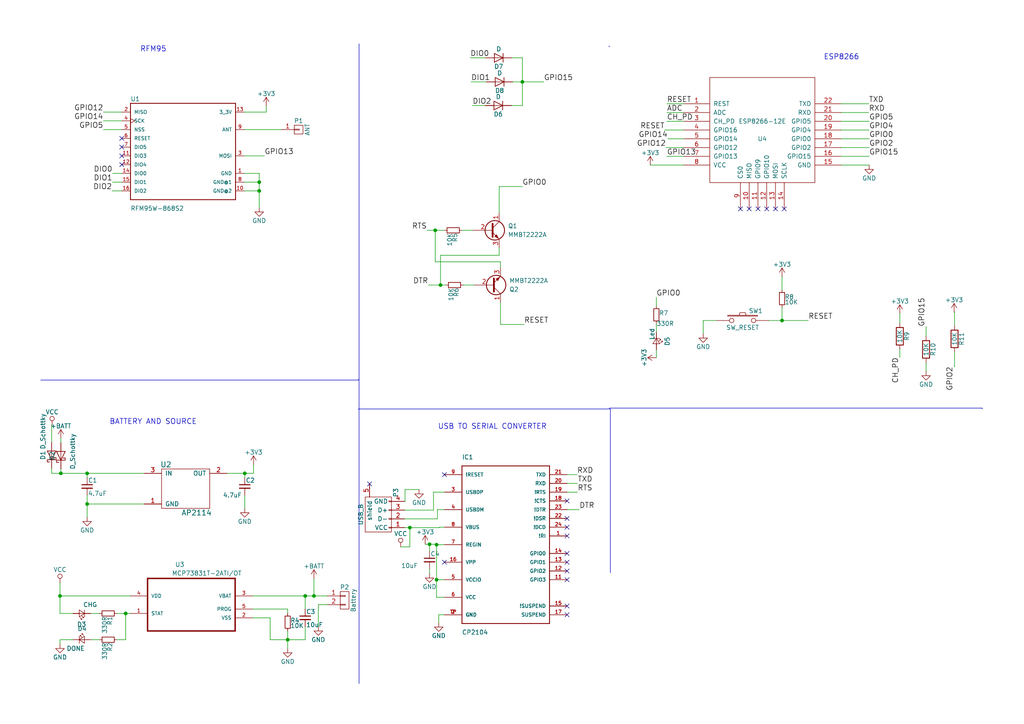
<source format=kicad_sch>
(kicad_sch (version 20230121) (generator eeschema)
  (paper "A4")
  (title_block (title "LoRaCat: WiFiTracker") (date "2017-02-20") (rev "0.4") (company "Electronic Cats") (comment 1 "Andres Sabas"))
  (lib_symbols
    (symbol "WiFiTracker-rescue:+3.3V" (power) (pin_names (offset 0))
      (property "Value" "+3.3V" (at 0 3.556 0))
      (symbol "+3.3V_0_1"
        (polyline (pts (xy -0.762 1.27) (xy 0 2.54)))
        (polyline (pts (xy 0 0) (xy 0 2.54)))
        (polyline (pts (xy 0 2.54) (xy 0.762 1.27)))
      )
      (symbol "+3.3V_1_1"
        (pin power_in line (at 0 0 90) (length 0) hide (name "+3V3") (number "1"))
      )
    )
    (symbol "WiFiTracker-rescue:+BATT" (power) (pin_names (offset 0))
      (property "Value" "+BATT" (at 0 3.556 0))
      (symbol "+BATT_0_1"
        (polyline (pts (xy -0.762 1.27) (xy 0 2.54)))
        (polyline (pts (xy 0 0) (xy 0 2.54)))
        (polyline (pts (xy 0 2.54) (xy 0.762 1.27)))
      )
      (symbol "+BATT_1_1"
        (pin power_in line (at 0 0 90) (length 0) hide (name "+BATT") (number "1"))
      )
    )
    (symbol "WiFiTracker-rescue:AP2112-RESCUE-NodeLoRaGroveKitty" (pin_names (offset 1.016))
      (property "Reference" "U" (at -5.08 7.62 0))
      (property "Value" "AP2112-RESCUE-NodeLoRaGroveKitty" (at 3.81 -6.35 0))
      (symbol "AP2112-RESCUE-NodeLoRaGroveKitty_0_1"
        (rectangle (start -6.35 6.35) (end 7.62 -5.08))
      )
      (symbol "AP2112-RESCUE-NodeLoRaGroveKitty_1_1"
        (pin input line (at -11.43 -3.81 0) (length 5.08) (name "GND") (number "1"))
        (pin input line (at 12.7 5.08 180) (length 5.08) (name "OUT") (number "2"))
        (pin input line (at -11.43 5.08 0) (length 5.08) (name "IN") (number "3"))
      )
    )
    (symbol "WiFiTracker-rescue:CONN_01X01" (pin_names (offset 1.016) hide)
      (property "Reference" "P" (at 0 2.54 0))
      (property "Value" "CONN_01X01" (at 2.54 0 90))
      (symbol "CONN_01X01_0_1"
        (rectangle (start -1.27 0.127) (end 0.254 -0.127))
        (rectangle (start -1.27 1.27) (end 1.27 -1.27))
      )
      (symbol "CONN_01X01_1_1"
        (pin passive line (at -5.08 0 0) (length 3.81) (name "P1") (number "1"))
      )
    )
    (symbol "WiFiTracker-rescue:CONN_01X02" (pin_names (offset 1.016) hide)
      (property "Reference" "P" (at 0 3.81 0))
      (property "Value" "CONN_01X02" (at 2.54 0 90))
      (symbol "CONN_01X02_0_1"
        (rectangle (start -1.27 -1.143) (end 0.254 -1.397))
        (rectangle (start -1.27 1.397) (end 0.254 1.143))
        (rectangle (start -1.27 2.54) (end 1.27 -2.54))
      )
      (symbol "CONN_01X02_1_1"
        (pin passive line (at -5.08 1.27 0) (length 3.81) (name "P1") (number "1"))
        (pin passive line (at -5.08 -1.27 0) (length 3.81) (name "P2") (number "2"))
      )
    )
    (symbol "WiFiTracker-rescue:CP2104" (pin_names (offset 1.016))
      (property "Reference" "IC" (at -12.7 25.4 0))
      (property "Value" "CP2104" (at -12.7 -25.4 0))
      (symbol "CP2104_0_0"
        (polyline (pts (xy -12.7 -22.86) (xy -12.7 22.86)) (stroke (width 0.254)))
        (polyline (pts (xy -12.7 22.86) (xy 12.7 22.86)) (stroke (width 0.254)))
        (polyline (pts (xy 12.7 -22.86) (xy -12.7 -22.86)) (stroke (width 0.254)))
        (polyline (pts (xy 12.7 22.86) (xy 12.7 -22.86)) (stroke (width 0.254)))
        (pin bidirectional line (at 17.78 2.54 180) (length 5.08) (name "!RI") (number "1"))
        (pin bidirectional line (at 17.78 -10.16 180) (length 5.08) (name "GPIO3") (number "11"))
        (pin bidirectional line (at 17.78 -7.62 180) (length 5.08) (name "GPIO2") (number "12"))
        (pin bidirectional line (at 17.78 -5.08 180) (length 5.08) (name "GPIO1") (number "13"))
        (pin bidirectional line (at 17.78 -2.54 180) (length 5.08) (name "GPIO0") (number "14"))
        (pin bidirectional line (at 17.78 -17.78 180) (length 5.08) (name "!SUSPEND") (number "15"))
        (pin input line (at -17.78 -5.08 0) (length 5.08) (name "VPP") (number "16"))
        (pin bidirectional line (at 17.78 -20.32 180) (length 5.08) (name "SUSPEND") (number "17"))
        (pin bidirectional line (at 17.78 12.7 180) (length 5.08) (name "!CTS") (number "18"))
        (pin bidirectional line (at 17.78 15.24 180) (length 5.08) (name "!RTS") (number "19"))
        (pin input line (at -17.78 -20.32 0) (length 5.08) (name "GND") (number "2"))
        (pin bidirectional line (at 17.78 17.78 180) (length 5.08) (name "RXD") (number "20"))
        (pin bidirectional line (at 17.78 20.32 180) (length 5.08) (name "TXD") (number "21"))
        (pin bidirectional line (at 17.78 7.62 180) (length 5.08) (name "!DSR") (number "22"))
        (pin bidirectional line (at 17.78 10.16 180) (length 5.08) (name "!DTR") (number "23"))
        (pin bidirectional line (at 17.78 5.08 180) (length 5.08) (name "!DCD") (number "24"))
        (pin bidirectional line (at -17.78 15.24 0) (length 5.08) (name "USBDP") (number "3"))
        (pin bidirectional line (at -17.78 10.16 0) (length 5.08) (name "USBDM") (number "4"))
        (pin input line (at -17.78 -10.16 0) (length 5.08) (name "VCCIO") (number "5"))
        (pin input line (at -17.78 -15.24 0) (length 5.08) (name "VCC") (number "6"))
        (pin input line (at -17.78 0 0) (length 5.08) (name "REGIN") (number "7"))
        (pin input line (at -17.78 5.08 0) (length 5.08) (name "VBUS") (number "8"))
        (pin bidirectional line (at -17.78 20.32 0) (length 5.08) (name "!RESET") (number "9"))
        (pin input line (at -17.78 -20.32 0) (length 5.08) (name "GND") (number "TP"))
      )
    )
    (symbol "WiFiTracker-rescue:C_Small" (pin_numbers hide) (pin_names (offset 0.254) hide)
      (property "Reference" "C" (at 0.254 1.778 0))
      (property "Value" "C_Small" (at 0.254 -2.032 0))
      (symbol "C_Small_0_1"
        (polyline (pts (xy -1.524 -0.508) (xy 1.524 -0.508)) (stroke (width 0.3302)))
        (polyline (pts (xy -1.524 0.508) (xy 1.524 0.508)) (stroke (width 0.3048)))
      )
      (symbol "C_Small_1_1"
        (pin passive line (at 0 2.54 270) (length 2.032) (name "~") (number "1"))
        (pin passive line (at 0 -2.54 90) (length 2.032) (name "~") (number "2"))
      )
    )
    (symbol "WiFiTracker-rescue:D" (pin_numbers hide) (pin_names (offset 1.016) hide)
      (property "Reference" "D" (at 0 2.54 0))
      (property "Value" "D" (at 0 -2.54 0))
      (symbol "D_0_1"
        (polyline (pts (xy -1.27 1.27) (xy -1.27 -1.27)) (stroke (width 0.2032)))
        (polyline (pts (xy 1.27 0) (xy -1.27 0)))
        (polyline (pts (xy 1.27 1.27) (xy 1.27 -1.27) (xy -1.27 0) (xy 1.27 1.27)) (stroke (width 0.2032)))
      )
      (symbol "D_1_1"
        (pin passive line (at -3.81 0 0) (length 2.54) (name "K") (number "1"))
        (pin passive line (at 3.81 0 180) (length 2.54) (name "A") (number "2"))
      )
    )
    (symbol "WiFiTracker-rescue:D_Schottky" (pin_numbers hide) (pin_names (offset 1.016) hide)
      (property "Reference" "D" (at 0 2.54 0))
      (property "Value" "D_Schottky" (at 0 -2.54 0))
      (symbol "D_Schottky_0_1"
        (polyline (pts (xy 1.27 0) (xy -1.27 0)))
        (polyline (pts (xy 1.27 1.27) (xy 1.27 -1.27) (xy -1.27 0) (xy 1.27 1.27)) (stroke (width 0.2032)))
        (polyline (pts (xy -1.905 0.635) (xy -1.905 1.27) (xy -1.27 1.27) (xy -1.27 -1.27) (xy -0.635 -1.27) (xy -0.635 -0.635)) (stroke (width 0.2032)))
      )
      (symbol "D_Schottky_1_1"
        (pin passive line (at -3.81 0 0) (length 2.54) (name "K") (number "1"))
        (pin passive line (at 3.81 0 180) (length 2.54) (name "A") (number "2"))
      )
    )
    (symbol "WiFiTracker-rescue:ESP-12E" (pin_names (offset 1.016))
      (property "Reference" "U" (at 0 -2.54 0))
      (property "Value" "ESP-12E" (at 0 2.54 0))
      (symbol "ESP-12E_1_0"
        (rectangle (start -15.24 -15.24) (end 15.24 15.24))
      )
      (symbol "ESP-12E_1_1"
        (pin input line (at -22.86 7.62 0) (length 7.62) (name "REST") (number "1"))
        (pin bidirectional line (at -3.81 -22.86 90) (length 7.62) (name "MISO") (number "10"))
        (pin bidirectional line (at -1.27 -22.86 90) (length 7.62) (name "GPIO9") (number "11"))
        (pin bidirectional line (at 1.27 -22.86 90) (length 7.62) (name "GPIO10") (number "12"))
        (pin bidirectional line (at 3.81 -22.86 90) (length 7.62) (name "MOSI") (number "13"))
        (pin bidirectional line (at 6.35 -22.86 90) (length 7.62) (name "SCLK") (number "14"))
        (pin power_in line (at 22.86 -10.16 180) (length 7.62) (name "GND") (number "15"))
        (pin bidirectional line (at 22.86 -7.62 180) (length 7.62) (name "GPIO15") (number "16"))
        (pin bidirectional line (at 22.86 -5.08 180) (length 7.62) (name "GPIO2") (number "17"))
        (pin bidirectional line (at 22.86 -2.54 180) (length 7.62) (name "GPIO0") (number "18"))
        (pin bidirectional line (at 22.86 0 180) (length 7.62) (name "GPIO4") (number "19"))
        (pin passive line (at -22.86 5.08 0) (length 7.62) (name "ADC") (number "2"))
        (pin bidirectional line (at 22.86 2.54 180) (length 7.62) (name "GPIO5") (number "20"))
        (pin input line (at 22.86 5.08 180) (length 7.62) (name "RXD") (number "21"))
        (pin output line (at 22.86 7.62 180) (length 7.62) (name "TXD") (number "22"))
        (pin input line (at -22.86 2.54 0) (length 7.62) (name "CH_PD") (number "3"))
        (pin bidirectional line (at -22.86 0 0) (length 7.62) (name "GPIO16") (number "4"))
        (pin bidirectional line (at -22.86 -2.54 0) (length 7.62) (name "GPIO14") (number "5"))
        (pin bidirectional line (at -22.86 -5.08 0) (length 7.62) (name "GPIO12") (number "6"))
        (pin bidirectional line (at -22.86 -7.62 0) (length 7.62) (name "GPIO13") (number "7"))
        (pin power_in line (at -22.86 -10.16 0) (length 7.62) (name "VCC") (number "8"))
        (pin bidirectional line (at -6.35 -22.86 90) (length 7.62) (name "CS0") (number "9"))
      )
    )
    (symbol "WiFiTracker-rescue:GND" (power) (pin_names (offset 0))
      (property "Value" "GND" (at 0 -3.81 0))
      (symbol "GND_0_1"
        (polyline (pts (xy 0 0) (xy 0 -1.27) (xy 1.27 -1.27) (xy 0 -2.54) (xy -1.27 -1.27) (xy 0 -1.27)))
      )
      (symbol "GND_1_1"
        (pin power_in line (at 0 0 270) (length 0) hide (name "GND") (number "1"))
      )
    )
    (symbol "WiFiTracker-rescue:LED_Small" (pin_numbers hide) (pin_names (offset 0.254) hide)
      (property "Reference" "D" (at -1.27 3.175 0))
      (property "Value" "LED_Small" (at -4.445 -2.54 0))
      (symbol "LED_Small_0_1"
        (polyline (pts (xy -0.762 -1.016) (xy -0.762 1.016)))
        (polyline (pts (xy 1.016 0) (xy -0.762 0)))
        (polyline (pts (xy 0.762 -1.016) (xy -0.762 0) (xy 0.762 1.016) (xy 0.762 -1.016)))
        (polyline (pts (xy 0 0.762) (xy -0.508 1.27) (xy -0.254 1.27) (xy -0.508 1.27) (xy -0.508 1.016)))
        (polyline (pts (xy 0.508 1.27) (xy 0 1.778) (xy 0.254 1.778) (xy 0 1.778) (xy 0 1.524)))
      )
      (symbol "LED_Small_1_1"
        (pin passive line (at -2.54 0 0) (length 1.778) (name "K") (number "1"))
        (pin passive line (at 2.54 0 180) (length 1.778) (name "A") (number "2"))
      )
    )
    (symbol "WiFiTracker-rescue:MCP73831T-2ATI/OT" (pin_names (offset 1.016))
      (property "Reference" "U" (at -4.7244 9.1186 0))
      (property "Value" "MCP73831T-2ATI/OT" (at -5.6642 6.5786 0))
      (symbol "MCP73831T-2ATI/OT_0_0"
        (polyline (pts (xy -12.7 -10.16) (xy 12.7 -10.16)) (stroke (width 0.4064)))
        (polyline (pts (xy -12.7 5.08) (xy -12.7 -10.16)) (stroke (width 0.4064)))
        (polyline (pts (xy 12.7 -10.16) (xy 12.7 5.08)) (stroke (width 0.4064)))
        (polyline (pts (xy 12.7 5.08) (xy -12.7 5.08)) (stroke (width 0.4064)))
        (pin input line (at -17.78 -5.08 0) (length 5.08) (name "STAT") (number "1"))
        (pin passive line (at 17.78 -6.35 180) (length 5.08) (name "VSS") (number "2"))
        (pin input line (at 17.78 0 180) (length 5.08) (name "VBAT") (number "3"))
        (pin input line (at -17.78 0 0) (length 5.08) (name "VDD") (number "4"))
        (pin input line (at 17.78 -3.81 180) (length 5.08) (name "PROG") (number "5"))
      )
    )
    (symbol "WiFiTracker-rescue:Q_NPN_CBE" (pin_names (offset 0) hide)
      (property "Reference" "Q" (at 5.08 1.27 0))
      (property "Value" "Q_NPN_CBE" (at 5.08 -1.27 0))
      (symbol "Q_NPN_CBE_0_1"
        (polyline (pts (xy 0.635 0.635) (xy 2.54 2.54)))
        (polyline (pts (xy 0.635 -0.635) (xy 2.54 -2.54) (xy 2.54 -2.54)))
        (polyline (pts (xy 0.635 1.905) (xy 0.635 -1.905) (xy 0.635 -1.905)) (stroke (width 0.508)))
        (polyline (pts (xy 1.27 -1.778) (xy 1.778 -1.27) (xy 2.286 -2.286) (xy 1.27 -1.778) (xy 1.27 -1.778)) (fill (type outline)))
        (circle (center 1.27 0) (radius 2.8194) (stroke (width 0.254)))
      )
      (symbol "Q_NPN_CBE_1_1"
        (pin passive line (at 2.54 5.08 270) (length 2.54) (name "C") (number "1"))
        (pin input line (at -5.08 0 0) (length 5.715) (name "B") (number "2"))
        (pin passive line (at 2.54 -5.08 90) (length 2.54) (name "E") (number "3"))
      )
    )
    (symbol "WiFiTracker-rescue:R" (pin_numbers hide) (pin_names (offset 0))
      (property "Reference" "R" (at 2.032 0 90))
      (property "Value" "R" (at 0 0 90))
      (symbol "R_0_1"
        (rectangle (start -1.016 -2.54) (end 1.016 2.54) (stroke (width 0.254)))
      )
      (symbol "R_1_1"
        (pin passive line (at 0 3.81 270) (length 1.27) (name "~") (number "1"))
        (pin passive line (at 0 -3.81 90) (length 1.27) (name "~") (number "2"))
      )
    )
    (symbol "WiFiTracker-rescue:RFM95W-868S2" (pin_names (offset 1.016))
      (property "Reference" "U" (at -15.24 13.97 0))
      (property "Value" "RFM95W-868S2" (at -15.24 -17.78 0))
      (symbol "RFM95W-868S2_0_0"
        (polyline (pts (xy -15.24 -15.24) (xy 15.24 -15.24)) (stroke (width 0.254)))
        (polyline (pts (xy -15.24 12.7) (xy -15.24 -15.24)) (stroke (width 0.254)))
        (polyline (pts (xy 15.24 -15.24) (xy 15.24 12.7)) (stroke (width 0.254)))
        (polyline (pts (xy 15.24 12.7) (xy -15.24 12.7)) (stroke (width 0.254)))
        (pin input line (at 17.78 -7.62 180) (length 2.54) (name "GND") (number "1"))
        (pin input line (at 17.78 -12.7 180) (length 2.54) (name "GND@2") (number "10"))
        (pin bidirectional line (at -17.78 -2.54 0) (length 2.54) (name "DIO3") (number "11"))
        (pin bidirectional line (at -17.78 -5.08 0) (length 2.54) (name "DIO4") (number "12"))
        (pin input line (at 17.78 10.16 180) (length 2.54) (name "3_3V") (number "13"))
        (pin bidirectional line (at -17.78 -7.62 0) (length 2.54) (name "DIO0") (number "14"))
        (pin bidirectional line (at -17.78 -10.16 0) (length 2.54) (name "DIO1") (number "15"))
        (pin bidirectional line (at -17.78 -12.7 0) (length 2.54) (name "DIO2") (number "16"))
        (pin input line (at -17.78 10.16 0) (length 2.54) (name "MISO") (number "2"))
        (pin output line (at 17.78 -2.54 180) (length 2.54) (name "MOSI") (number "3"))
        (pin input clock (at -17.78 7.62 0) (length 2.54) (name "SCK") (number "4"))
        (pin input line (at -17.78 5.08 0) (length 2.54) (name "NSS") (number "5"))
        (pin bidirectional line (at -17.78 2.54 0) (length 2.54) (name "RESET") (number "6"))
        (pin bidirectional line (at -17.78 0 0) (length 2.54) (name "DIO5") (number "7"))
        (pin input line (at 17.78 -10.16 180) (length 2.54) (name "GND@1") (number "8"))
        (pin passive line (at 17.78 5.08 180) (length 2.54) (name "ANT") (number "9"))
      )
    )
    (symbol "WiFiTracker-rescue:R_Small" (pin_numbers hide) (pin_names (offset 0.254) hide)
      (property "Reference" "R" (at 0.762 0.508 0))
      (property "Value" "R_Small" (at 0.762 -1.016 0))
      (symbol "R_Small_0_1"
        (rectangle (start -0.762 1.778) (end 0.762 -1.778) (stroke (width 0.2032)))
      )
      (symbol "R_Small_1_1"
        (pin passive line (at 0 2.54 270) (length 0.762) (name "~") (number "1"))
        (pin passive line (at 0 -2.54 90) (length 0.762) (name "~") (number "2"))
      )
    )
    (symbol "WiFiTracker-rescue:SW_PUSH" (pin_numbers hide) (pin_names (offset 1.016) hide)
      (property "Reference" "SW" (at 3.81 2.794 0))
      (property "Value" "SW_PUSH" (at 0 -2.032 0))
      (symbol "SW_PUSH_0_1"
        (rectangle (start -4.318 1.27) (end 4.318 1.524))
        (polyline (pts (xy -1.016 1.524) (xy -0.762 2.286) (xy 0.762 2.286) (xy 1.016 1.524)))
        (pin passive inverted (at -7.62 0 0) (length 5.08) (name "1") (number "1"))
        (pin passive inverted (at 7.62 0 180) (length 5.08) (name "2") (number "2"))
      )
    )
    (symbol "WiFiTracker-rescue:USB_B-RESCUE-WiFiTracker" (pin_names (offset 1.016))
      (property "Reference" "P" (at 5.08 -5.08 0))
      (property "Value" "USB_B-RESCUE-WiFiTracker" (at -1.27 5.08 0))
      (symbol "USB_B-RESCUE-WiFiTracker_0_1"
        (rectangle (start -6.35 -3.81) (end 3.81 3.81))
        (rectangle (start -5.207 -3.81) (end -4.953 -3.048))
        (rectangle (start -2.667 -3.81) (end -2.413 -3.048))
        (rectangle (start -0.127 -3.81) (end 0.127 -3.048))
        (rectangle (start 2.413 -3.81) (end 2.667 -3.048))
      )
      (symbol "USB_B-RESCUE-WiFiTracker_1_1"
        (pin power_out line (at -5.08 -7.62 90) (length 3.81) (name "VCC") (number "1"))
        (pin passive line (at -2.54 -7.62 90) (length 3.81) (name "D-") (number "2"))
        (pin passive line (at 0 -7.62 90) (length 3.81) (name "D+") (number "3"))
        (pin power_in line (at 2.54 -7.62 90) (length 3.81) (name "GND") (number "4"))
        (pin passive line (at 7.62 2.54 180) (length 3.81) (name "shield") (number "5"))
      )
    )
    (symbol "WiFiTracker-rescue:VCC" (power) (pin_names (offset 0))
      (property "Value" "VCC" (at 0 3.81 0))
      (symbol "VCC_0_1"
        (polyline (pts (xy 0 0) (xy 0 1.27)))
        (circle (center 0 1.905) (radius 0.635))
      )
      (symbol "VCC_1_1"
        (pin power_in line (at 0 0 90) (length 0) hide (name "VCC") (number "1"))
      )
    )
  )
  (junction (at 88.519 172.847))
  (junction (at 83.439 185.547))
  (junction (at 75.184 52.832))
  (junction (at 70.993 137.287))
  (junction (at 151.511 23.749))
  (junction (at 17.399 172.847))
  (junction (at 118.872 153.035))
  (junction (at 126.619 157.988))
  (junction (at 25.273 146.177))
  (junction (at 126.619 168.148))
  (junction (at 25.273 137.287))
  (junction (at 17.653 137.287))
  (junction (at 126.238 66.802))
  (junction (at 91.059 172.847))
  (junction (at 127.762 82.677))
  (junction (at 36.449 177.927))
  (junction (at 226.822 92.964))
  (junction (at 75.184 55.372))
  (junction (at 124.587 157.861))
  (no_connect (at 164.465 150.368))
  (no_connect (at 107.188 140.335))
  (no_connect (at 222.377 60.579))
  (no_connect (at 128.905 137.668))
  (no_connect (at 217.297 60.579))
  (no_connect (at 128.905 163.068))
  (no_connect (at 164.465 163.068))
  (no_connect (at 164.465 165.608))
  (no_connect (at 35.306 47.752))
  (no_connect (at 35.306 45.212))
  (no_connect (at 164.465 145.288))
  (no_connect (at 164.465 155.448))
  (no_connect (at 227.457 60.579))
  (no_connect (at 164.465 152.908))
  (no_connect (at 35.306 40.132))
  (no_connect (at 164.465 178.308))
  (no_connect (at 224.917 60.579))
  (no_connect (at 214.757 60.579))
  (no_connect (at 35.306 42.672))
  (no_connect (at 164.465 160.528))
  (no_connect (at 164.465 175.768))
  (no_connect (at 164.465 168.148))
  (no_connect (at 219.837 60.579))
  (wire (pts (xy 145.161 75.946) (xy 126.238 75.946)))
  (wire (pts (xy 83.439 176.657) (xy 83.439 177.927)))
  (wire (pts (xy 243.967 45.339) (xy 252.095 45.339)))
  (wire (pts (xy 140.716 30.607) (xy 137.033 30.607)))
  (wire (pts (xy 70.866 50.292) (xy 75.184 50.292)))
  (wire (pts (xy 128.905 178.308) (xy 127.254 178.308)))
  (wire (pts (xy 26.289 177.927) (xy 28.829 177.927)))
  (wire (pts (xy 121.539 141.986) (xy 117.475 141.986)))
  (wire (pts (xy 243.967 30.099) (xy 251.968 30.099)))
  (wire (pts (xy 17.399 172.847) (xy 17.399 177.927)))
  (wire (pts (xy 145.161 94.107) (xy 152.019 94.107)))
  (wire (pts (xy 141.097 23.749) (xy 136.652 23.749)))
  (wire (pts (xy 128.905 142.748) (xy 125.73 142.748)))
  (wire (pts (xy 127.762 74.041) (xy 127.762 82.677)))
  (wire (pts (xy 268.605 97.536) (xy 268.605 94.742)))
  (wire (pts (xy 88.519 172.847) (xy 91.059 172.847)))
  (wire (pts (xy 268.605 105.156) (xy 268.605 107.696)))
  (wire (pts (xy 117.348 153.035) (xy 118.872 153.035)))
  (wire (pts (xy 144.78 61.722) (xy 144.78 54.102)))
  (wire (pts (xy 148.463 16.764) (xy 151.511 16.764)))
  (wire (pts (xy 17.399 185.547) (xy 17.399 186.817)))
  (wire (pts (xy 151.511 30.607) (xy 148.336 30.607)))
  (wire (pts (xy 243.967 42.799) (xy 252.095 42.799)))
  (polyline (pts (xy 104.013 118.618) (xy 104.013 118.745)))
  (wire (pts (xy 126.238 66.802) (xy 128.905 66.802)))
  (wire (pts (xy 65.913 137.287) (xy 70.993 137.287)))
  (wire (pts (xy 190.373 93.853) (xy 190.373 96.393)))
  (wire (pts (xy 77.216 32.512) (xy 77.216 30.734)))
  (wire (pts (xy 36.449 185.547) (xy 33.909 185.547)))
  (wire (pts (xy 203.962 96.774) (xy 203.962 92.964)))
  (wire (pts (xy 33.909 177.927) (xy 36.449 177.927)))
  (wire (pts (xy 198.247 30.099) (xy 193.421 30.099)))
  (wire (pts (xy 70.866 55.372) (xy 75.184 55.372)))
  (wire (pts (xy 125.73 147.955) (xy 117.348 147.955)))
  (wire (pts (xy 75.184 52.832) (xy 75.184 55.372)))
  (wire (pts (xy 14.986 128.27) (xy 14.986 123.317)))
  (wire (pts (xy 203.962 92.964) (xy 207.772 92.964)))
  (wire (pts (xy 126.619 157.988) (xy 128.905 157.988)))
  (wire (pts (xy 70.866 52.832) (xy 75.184 52.832)))
  (wire (pts (xy 35.306 50.292) (xy 32.639 50.292)))
  (wire (pts (xy 36.449 177.927) (xy 36.449 185.547)))
  (wire (pts (xy 164.465 140.208) (xy 167.513 140.208)))
  (wire (pts (xy 83.439 185.547) (xy 83.439 188.087)))
  (wire (pts (xy 127.381 152.908) (xy 128.905 152.908)))
  (wire (pts (xy 91.059 172.847) (xy 94.869 172.847)))
  (wire (pts (xy 145.161 77.597) (xy 145.161 75.946)))
  (wire (pts (xy 260.985 93.726) (xy 260.985 90.932)))
  (wire (pts (xy 127.254 178.308) (xy 127.254 180.594)))
  (wire (pts (xy 126.873 150.495) (xy 126.873 147.828)))
  (wire (pts (xy 164.465 137.668) (xy 167.386 137.668)))
  (wire (pts (xy 17.399 177.927) (xy 21.209 177.927)))
  (wire (pts (xy 148.717 23.749) (xy 151.511 23.749)))
  (polyline (pts (xy 104.14 12.7) (xy 104.14 198.247)))
  (polyline (pts (xy 104.013 110.236) (xy 104.013 109.982)))
  (wire (pts (xy 144.78 54.102) (xy 151.511 54.102)))
  (wire (pts (xy 25.273 137.287) (xy 41.783 137.287)))
  (wire (pts (xy 14.986 137.287) (xy 14.986 135.89)))
  (wire (pts (xy 78.359 179.197) (xy 78.359 185.547)))
  (wire (pts (xy 17.653 137.287) (xy 25.273 137.287)))
  (wire (pts (xy 35.306 55.372) (xy 32.512 55.372)))
  (wire (pts (xy 276.86 90.551) (xy 276.733 90.551)))
  (wire (pts (xy 126.619 168.148) (xy 126.619 173.228)))
  (wire (pts (xy 117.475 145.415) (xy 117.348 145.415)))
  (wire (pts (xy 35.306 52.832) (xy 32.639 52.832)))
  (wire (pts (xy 260.985 101.346) (xy 260.985 103.632)))
  (wire (pts (xy 123.317 157.861) (xy 124.587 157.861)))
  (wire (pts (xy 190.373 86.233) (xy 190.373 88.773)))
  (wire (pts (xy 70.993 137.287) (xy 73.533 137.287)))
  (wire (pts (xy 36.449 177.927) (xy 37.719 177.927)))
  (wire (pts (xy 198.247 40.259) (xy 193.675 40.259)))
  (wire (pts (xy 243.967 35.179) (xy 252.095 35.179)))
  (wire (pts (xy 128.905 168.148) (xy 126.619 168.148)))
  (wire (pts (xy 35.306 37.592) (xy 29.972 37.592)))
  (wire (pts (xy 144.78 74.041) (xy 127.762 74.041)))
  (wire (pts (xy 83.439 185.547) (xy 88.519 185.547)))
  (wire (pts (xy 151.511 16.764) (xy 151.511 23.749)))
  (wire (pts (xy 124.587 157.861) (xy 126.619 157.861)))
  (wire (pts (xy 117.475 141.986) (xy 117.475 145.415)))
  (wire (pts (xy 14.986 123.317) (xy 15.113 123.317)))
  (wire (pts (xy 75.184 50.292) (xy 75.184 52.832)))
  (wire (pts (xy 78.359 185.547) (xy 83.439 185.547)))
  (wire (pts (xy 35.306 35.052) (xy 29.972 35.052)))
  (wire (pts (xy 25.273 146.177) (xy 25.273 149.987)))
  (wire (pts (xy 126.619 157.988) (xy 126.619 168.148)))
  (wire (pts (xy 223.012 92.964) (xy 226.822 92.964)))
  (polyline (pts (xy 176.657 118.364) (xy 284.861 118.364)))
  (wire (pts (xy 125.73 142.748) (xy 125.73 147.955)))
  (wire (pts (xy 88.519 176.657) (xy 88.519 172.847)))
  (wire (pts (xy 73.533 137.287) (xy 73.533 134.747)))
  (wire (pts (xy 140.843 16.764) (xy 136.398 16.764)))
  (wire (pts (xy 243.967 37.719) (xy 252.095 37.719)))
  (wire (pts (xy 226.822 92.964) (xy 234.442 92.964)))
  (wire (pts (xy 137.16 66.802) (xy 133.985 66.802)))
  (wire (pts (xy 226.822 84.074) (xy 226.822 80.264)))
  (wire (pts (xy 124.587 159.893) (xy 124.587 157.861)))
  (wire (pts (xy 198.247 35.179) (xy 193.421 35.179)))
  (wire (pts (xy 151.511 23.749) (xy 151.511 30.607)))
  (wire (pts (xy 276.86 102.108) (xy 276.86 106.299)))
  (polyline (pts (xy 177.038 166.116) (xy 177.038 118.618)))
  (wire (pts (xy 190.373 101.473) (xy 190.373 103.759)))
  (wire (pts (xy 127.381 153.035) (xy 127.381 152.908)))
  (wire (pts (xy 164.465 147.828) (xy 168.021 147.828)))
  (wire (pts (xy 118.872 153.035) (xy 127.381 153.035)))
  (wire (pts (xy 118.872 158.623) (xy 118.872 153.035)))
  (polyline (pts (xy 284.861 118.364) (xy 284.861 118.618)))
  (wire (pts (xy 73.279 179.197) (xy 78.359 179.197)))
  (wire (pts (xy 198.247 37.719) (xy 192.786 37.719)))
  (wire (pts (xy 151.511 23.749) (xy 157.734 23.749)))
  (wire (pts (xy 25.273 137.287) (xy 25.273 138.557)))
  (polyline (pts (xy 11.811 110.236) (xy 104.013 110.236)))
  (wire (pts (xy 14.986 137.287) (xy 17.653 137.287)))
  (wire (pts (xy 126.619 157.861) (xy 126.619 157.988)))
  (wire (pts (xy 117.348 150.495) (xy 126.873 150.495)))
  (wire (pts (xy 92.329 175.387) (xy 92.329 181.737)))
  (wire (pts (xy 126.873 147.828) (xy 128.905 147.828)))
  (wire (pts (xy 124.587 164.973) (xy 124.587 166.37)))
  (wire (pts (xy 127.762 82.677) (xy 129.286 82.677)))
  (wire (pts (xy 41.783 146.177) (xy 25.273 146.177)))
  (wire (pts (xy 94.869 175.387) (xy 92.329 175.387)))
  (wire (pts (xy 28.829 185.547) (xy 26.289 185.547)))
  (wire (pts (xy 17.653 128.397) (xy 17.653 127.127)))
  (wire (pts (xy 243.967 47.879) (xy 252.095 47.879)))
  (wire (pts (xy 276.86 94.488) (xy 276.86 90.551)))
  (wire (pts (xy 188.595 47.879) (xy 198.247 47.879)))
  (wire (pts (xy 21.209 185.547) (xy 17.399 185.547)))
  (wire (pts (xy 123.825 66.802) (xy 126.238 66.802)))
  (wire (pts (xy 17.399 169.037) (xy 17.399 172.847)))
  (wire (pts (xy 73.279 172.847) (xy 88.519 172.847)))
  (wire (pts (xy 243.967 40.259) (xy 252.095 40.259)))
  (wire (pts (xy 137.541 82.677) (xy 134.366 82.677)))
  (wire (pts (xy 35.306 32.512) (xy 29.972 32.512)))
  (wire (pts (xy 70.993 138.557) (xy 70.993 137.287)))
  (wire (pts (xy 145.161 87.757) (xy 145.161 94.107)))
  (wire (pts (xy 83.439 183.007) (xy 83.439 185.547)))
  (wire (pts (xy 70.866 37.592) (xy 81.534 37.592)))
  (wire (pts (xy 198.247 45.339) (xy 193.421 45.339)))
  (wire (pts (xy 226.822 89.154) (xy 226.822 92.964)))
  (wire (pts (xy 70.993 143.637) (xy 70.993 147.447)))
  (wire (pts (xy 17.399 172.847) (xy 37.719 172.847)))
  (wire (pts (xy 164.465 142.748) (xy 167.513 142.748)))
  (wire (pts (xy 25.273 143.637) (xy 25.273 146.177)))
  (wire (pts (xy 91.059 172.847) (xy 91.059 167.767)))
  (polyline (pts (xy 176.53 13.462) (xy 176.911 13.462)))
  (wire (pts (xy 124.206 82.677) (xy 127.762 82.677)))
  (wire (pts (xy 198.247 32.639) (xy 193.421 32.639)))
  (wire (pts (xy 73.279 176.657) (xy 83.439 176.657)))
  (wire (pts (xy 75.184 55.372) (xy 75.184 60.198)))
  (wire (pts (xy 70.866 32.512) (xy 77.216 32.512)))
  (wire (pts (xy 116.205 158.623) (xy 118.872 158.623)))
  (wire (pts (xy 126.238 75.946) (xy 126.238 66.802)))
  (wire (pts (xy 70.866 45.212) (xy 76.708 45.212)))
  (wire (pts (xy 17.653 136.017) (xy 17.653 137.287)))
  (wire (pts (xy 126.619 173.228) (xy 128.905 173.228)))
  (wire (pts (xy 144.78 71.882) (xy 144.78 74.041)))
  (wire (pts (xy 243.967 32.639) (xy 251.968 32.639)))
  (polyline (pts (xy 177.038 118.618) (xy 104.013 118.618)))
  (wire (pts (xy 276.86 106.299) (xy 276.733 106.299)))
  (wire (pts (xy 88.519 185.547) (xy 88.519 181.737)))
  (wire (pts (xy 198.247 42.799) (xy 193.167 42.799)))
  (text "RFM95" (at 40.64 15.24 0) (effects (font (size 1.524 1.524)) (justify left bottom)))
  (text "ESP8266" (at 238.887 17.526 0) (effects (font (size 1.524 1.524)) (justify left bottom)))
  (text "USB TO SERIAL CONVERTER" (at 127 124.714 0) (effects (font (size 1.524 1.524)) (justify left bottom)))
  (text "BATTERY AND SOURCE" (at 31.75 123.317 0) (effects (font (size 1.524 1.524)) (justify left bottom)))
  (label "GPIO15" (at 252.095 45.339 0) (effects (font (size 1.524 1.524))))
  (label "GPIO15" (at 268.605 94.742 90) (effects (font (size 1.524 1.524))))
  (label "GPIO5" (at 252.095 35.179 0) (effects (font (size 1.524 1.524))))
  (label "RXD" (at 251.968 32.639 0) (effects (font (size 1.524 1.524))))
  (label "GPIO12" (at 29.972 32.512 180) (effects (font (size 1.524 1.524))))
  (label "GPIO14" (at 29.972 35.052 180) (effects (font (size 1.524 1.524))))
  (label "GPIO13" (at 76.708 45.212 0) (effects (font (size 1.524 1.524))))
  (label "TXD" (at 167.513 140.208 0) (effects (font (size 1.524 1.524))))
  (label "DIO2" (at 137.033 30.607 0) (effects (font (size 1.524 1.524))))
  (label "GPIO15" (at 157.734 23.749 0) (effects (font (size 1.524 1.524))))
  (label "CH_PD" (at 193.421 35.179 0) (effects (font (size 1.524 1.524))))
  (label "DIO0" (at 32.639 50.292 180) (effects (font (size 1.524 1.524))))
  (label "GPIO13" (at 193.421 45.339 0) (effects (font (size 1.524 1.524))))
  (label "RXD" (at 167.386 137.668 0) (effects (font (size 1.524 1.524))))
  (label "RESET" (at 152.019 94.107 0) (effects (font (size 1.524 1.524))))
  (label "RTS" (at 167.513 142.748 0) (effects (font (size 1.524 1.524))))
  (label "RESET" (at 193.421 30.099 0) (effects (font (size 1.524 1.524))))
  (label "GPIO0" (at 252.095 40.259 0) (effects (font (size 1.524 1.524))))
  (label "GPIO2" (at 252.095 42.799 0) (effects (font (size 1.524 1.524))))
  (label "DIO2" (at 32.512 55.372 180) (effects (font (size 1.524 1.524))))
  (label "GPIO0" (at 190.373 86.233 0) (effects (font (size 1.524 1.524))))
  (label "TXD" (at 251.968 30.099 0) (effects (font (size 1.524 1.524))))
  (label "GPIO12" (at 193.167 42.799 180) (effects (font (size 1.524 1.524))))
  (label "DIO1" (at 32.639 52.832 180) (effects (font (size 1.524 1.524))))
  (label "DTR" (at 124.206 82.677 180) (effects (font (size 1.524 1.524))))
  (label "RTS" (at 123.825 66.802 180) (effects (font (size 1.524 1.524))))
  (label "DIO1" (at 136.652 23.749 0) (effects (font (size 1.524 1.524))))
  (label "RESET" (at 234.442 92.964 0) (effects (font (size 1.524 1.524))))
  (label "DTR" (at 168.021 147.828 0) (effects (font (size 1.524 1.524))))
  (label "GPIO4" (at 252.095 37.719 0) (effects (font (size 1.524 1.524))))
  (label "GPIO14" (at 193.675 40.259 180) (effects (font (size 1.524 1.524))))
  (label "DIO0" (at 136.398 16.764 0) (effects (font (size 1.524 1.524))))
  (label "GPIO5" (at 29.972 37.592 180) (effects (font (size 1.524 1.524))))
  (label "GPIO0" (at 151.511 54.102 0) (effects (font (size 1.524 1.524))))
  (label "RESET" (at 192.786 37.719 180) (effects (font (size 1.524 1.524))))
  (label "ADC" (at 193.421 32.639 0) (effects (font (size 1.524 1.524))))
  (label "CH_PD" (at 260.985 103.632 270) (effects (font (size 1.524 1.524))))
  (label "GPIO2" (at 276.733 106.299 270) (effects (font (size 1.524 1.524))))
  (symbol (lib_id "WiFiTracker-rescue:C_Small") (at 25.273 141.097 0) (unit 1)
    (property "Reference" "C1" (at 25.527 139.319 0) (effects (justify left)))
    (property "Value" "4.7uF" (at 25.527 143.129 0) (effects (justify left)))
    (property "Footprint" "Capacitors_SMD:C_0805_HandSoldering" (effects hide))
    (property "manf#" "GRM21BR61A106KE19L" (effects hide))
  )
  (symbol (lib_id "WiFiTracker-rescue:C_Small") (at 70.993 141.097 0) (unit 1)
    (property "Reference" "C2" (at 71.247 139.319 0) (effects (justify left)))
    (property "Value" "4.7uF" (at 64.643 143.637 0) (effects (justify left)))
    (property "Footprint" "Capacitors_SMD:C_0805_HandSoldering" (effects hide))
    (property "manf#" "GRM21BR61A106KE19L" (effects hide))
  )
  (symbol (lib_id "WiFiTracker-rescue:GND") (at 25.273 149.987 0) (unit 1)
    (property "Reference" "#PWR01" (effects hide))
    (property "Value" "GND" (at 25.273 153.797 0))
  )
  (symbol (lib_id "WiFiTracker-rescue:+3.3V") (at 73.533 134.747 0) (unit 1)
    (property "Reference" "#PWR02" (effects hide))
    (property "Value" "+3.3V" (at 73.533 131.191 0))
  )
  (symbol (lib_id "WiFiTracker-rescue:VCC") (at 15.113 123.317 0) (unit 1)
    (property "Reference" "#PWR03" (effects hide))
    (property "Value" "VCC" (at 15.113 119.507 0))
  )
  (symbol (lib_id "WiFiTracker-rescue:+BATT") (at 17.653 127.127 0) (unit 1)
    (property "Reference" "#PWR04" (effects hide))
    (property "Value" "+BATT" (at 17.653 123.571 0))
  )
  (symbol (lib_id "WiFiTracker-rescue:R_Small") (at 83.439 180.467 0) (unit 1)
    (property "Reference" "R4" (at 84.201 179.959 0) (effects (justify left)))
    (property "Value" "10K" (at 84.201 181.483 0) (effects (justify left)))
    (property "Footprint" "Resistors_SMD:R_0805_HandSoldering" (effects hide))
    (property "manf#" "AF0805FR-0710KL" (effects hide))
  )
  (symbol (lib_id "WiFiTracker-rescue:MCP73831T-2ATI/OT") (at 55.499 172.847 0) (unit 1)
    (property "Reference" "U3" (at 50.7746 163.7284 0) (effects (justify left)))
    (property "Value" "MCP73831T-2ATI/OT" (at 49.8348 166.2684 0) (effects (justify left)))
    (property "Footprint" "TO_SOT_Packages_SMD:SOT-23-5" (effects hide))
    (property "Datasheet" "SOT-23 Microchip" (effects hide))
    (property "manf#" "MCP73831T-2DCI/OT" (effects hide))
    (property "Availability" "Good" (effects hide))
    (property "Description" "MCP73831 Series Li-Ion/Li-Pol 15 mA - 500 mA 4.2 V Charge Controller - SOT-23-5" (effects hide))
    (property "MF" "Microchip" (effects hide))
  )
  (symbol (lib_id "WiFiTracker-rescue:GND") (at 83.439 188.087 0) (unit 1)
    (property "Reference" "#PWR05" (effects hide))
    (property "Value" "GND" (at 83.439 191.897 0))
  )
  (symbol (lib_id "WiFiTracker-rescue:VCC") (at 17.399 169.037 0) (unit 1)
    (property "Reference" "#PWR06" (effects hide))
    (property "Value" "VCC" (at 17.399 165.227 0))
  )
  (symbol (lib_id "WiFiTracker-rescue:R_Small") (at 31.369 177.927 270) (unit 1)
    (property "Reference" "R1" (at 31.877 178.689 0) (effects (justify left)))
    (property "Value" "330R" (at 30.353 178.689 0) (effects (justify left)))
    (property "Footprint" "Resistors_SMD:R_0805_HandSoldering" (effects hide))
    (property "manf#" "ERJ-6GEYJ331V" (effects hide))
  )
  (symbol (lib_id "WiFiTracker-rescue:LED_Small") (at 23.749 177.927 180) (unit 1)
    (property "Reference" "D3" (at 25.019 181.102 0) (effects (justify left)))
    (property "Value" "CHG" (at 28.194 175.387 0) (effects (justify left)))
    (property "Footprint" "LEDs:LED_0805" (effects hide))
    (property "manf#" "859-LTST-C170KRKT" (effects hide))
  )
  (symbol (lib_id "WiFiTracker-rescue:CONN_01X02") (at 99.949 174.117 0) (unit 1)
    (property "Reference" "P2" (at 99.949 170.307 0))
    (property "Value" "Battery" (at 102.489 174.117 90))
    (property "Footprint" "Pin_Headers:Pin_Header_Angled_1x02_Pitch2.54mm" (effects hide))
  )
  (symbol (lib_id "WiFiTracker-rescue:+BATT") (at 91.059 167.767 0) (unit 1)
    (property "Reference" "#PWR07" (effects hide))
    (property "Value" "+BATT" (at 91.059 164.211 0))
  )
  (symbol (lib_id "WiFiTracker-rescue:GND") (at 92.329 181.737 0) (unit 1)
    (property "Reference" "#PWR08" (effects hide))
    (property "Value" "GND" (at 92.329 185.547 0))
  )
  (symbol (lib_id "WiFiTracker-rescue:LED_Small") (at 23.749 185.547 0) (unit 1)
    (property "Reference" "D4" (at 22.479 182.372 0) (effects (justify left)))
    (property "Value" "DONE" (at 19.304 188.087 0) (effects (justify left)))
    (property "Footprint" "LEDs:LED_0805" (effects hide))
    (property "manf#" "859-LTST-C170KRKT" (effects hide))
  )
  (symbol (lib_id "WiFiTracker-rescue:R_Small") (at 31.369 185.547 270) (unit 1)
    (property "Reference" "R2" (at 31.877 186.309 0) (effects (justify left)))
    (property "Value" "330R" (at 30.353 186.309 0) (effects (justify left)))
    (property "Footprint" "Resistors_SMD:R_0805_HandSoldering" (effects hide))
    (property "manf#" "ERJ-6GEYJ331V" (effects hide))
  )
  (symbol (lib_id "WiFiTracker-rescue:GND") (at 17.399 186.817 0) (unit 1)
    (property "Reference" "#PWR09" (effects hide))
    (property "Value" "GND" (at 17.399 190.627 0))
  )
  (symbol (lib_id "WiFiTracker-rescue:C_Small") (at 88.519 179.197 0) (unit 1)
    (property "Reference" "C3" (at 88.773 177.419 0) (effects (justify left)))
    (property "Value" "10uF" (at 88.773 181.229 0) (effects (justify left)))
    (property "Footprint" "Capacitors_SMD:C_0805_HandSoldering" (effects hide))
    (property "manf#" "GRM21BR61A106KE19L" (effects hide))
  )
  (symbol (lib_id "WiFiTracker-rescue:SW_PUSH") (at 215.392 92.964 0) (unit 1)
    (property "Reference" "SW1" (at 219.202 90.17 0))
    (property "Value" "SW_RESET" (at 215.392 94.996 0))
    (property "Footprint" "Buttons_Switches_SMD:SW_SPST_B3U-1000P" (effects hide))
    (property "manf#" "B3U-1000P" (effects hide))
  )
  (symbol (lib_id "WiFiTracker-rescue:GND") (at 203.962 96.774 0) (unit 1)
    (property "Reference" "#PWR010" (effects hide))
    (property "Value" "GND" (at 203.962 100.584 0))
  )
  (symbol (lib_id "WiFiTracker-rescue:R_Small") (at 226.822 86.614 0) (unit 1)
    (property "Reference" "R8" (at 227.584 86.106 0) (effects (justify left)))
    (property "Value" "10K" (at 227.584 87.63 0) (effects (justify left)))
    (property "Footprint" "Resistors_SMD:R_0805_HandSoldering" (effects hide))
    (property "manf#" "AF0805FR-0710KL" (effects hide))
  )
  (symbol (lib_id "WiFiTracker-rescue:+3.3V") (at 226.822 80.264 0) (unit 1)
    (property "Reference" "#PWR011" (effects hide))
    (property "Value" "+3.3V" (at 226.822 76.708 0))
  )
  (symbol (lib_id "WiFiTracker-rescue:GND") (at 70.993 147.447 0) (unit 1)
    (property "Reference" "#PWR012" (effects hide))
    (property "Value" "GND" (at 70.993 151.257 0))
  )
  (symbol (lib_id "WiFiTracker-rescue:ESP-12E") (at 221.107 37.719 0) (unit 1)
    (property "Reference" "U4" (at 221.107 40.259 0))
    (property "Value" "ESP8266-12E" (at 221.107 35.179 0))
    (property "Footprint" "ESP8266:ESP-12E" (effects hide))
    (property "manf#" "ESP8266-12E" (effects hide))
  )
  (symbol (lib_id "WiFiTracker-rescue:GND") (at 252.095 47.879 0) (unit 1)
    (property "Reference" "#PWR013" (effects hide))
    (property "Value" "GND" (at 252.095 51.689 0))
  )
  (symbol (lib_id "WiFiTracker-rescue:+3.3V") (at 188.595 47.879 0) (unit 1)
    (property "Reference" "#PWR014" (effects hide))
    (property "Value" "+3.3V" (at 188.595 44.323 0))
  )
  (symbol (lib_id "WiFiTracker-rescue:R") (at 260.985 97.536 0) (unit 1)
    (property "Reference" "R9" (at 263.017 97.536 90))
    (property "Value" "10K" (at 260.985 97.536 90))
    (property "Footprint" "Resistors_SMD:R_0805_HandSoldering" (effects hide))
    (property "manf#" "AF0805FR-0710KL" (effects hide))
  )
  (symbol (lib_id "WiFiTracker-rescue:R") (at 268.605 101.346 0) (unit 1)
    (property "Reference" "R10" (at 270.637 101.346 90))
    (property "Value" "10K" (at 268.605 101.346 90))
    (property "Footprint" "Resistors_SMD:R_0805_HandSoldering" (effects hide))
    (property "manf#" "AF0805FR-0710KL" (effects hide))
  )
  (symbol (lib_id "WiFiTracker-rescue:GND") (at 268.605 107.696 0) (unit 1)
    (property "Reference" "#PWR015" (effects hide))
    (property "Value" "GND" (at 268.605 111.506 0))
  )
  (symbol (lib_id "WiFiTracker-rescue:+3.3V") (at 260.985 90.932 0) (unit 1)
    (property "Reference" "#PWR016" (effects hide))
    (property "Value" "+3.3V" (at 260.985 87.376 0))
  )
  (symbol (lib_id "WiFiTracker-rescue:R") (at 276.86 98.298 0) (unit 1)
    (property "Reference" "R11" (at 278.892 98.298 90))
    (property "Value" "10K" (at 276.86 98.298 90))
    (property "Footprint" "Resistors_SMD:R_0805_HandSoldering" (effects hide))
    (property "manf#" "AF0805FR-0710KL" (effects hide))
  )
  (symbol (lib_id "WiFiTracker-rescue:+3.3V") (at 276.733 90.551 0) (unit 1)
    (property "Reference" "#PWR017" (effects hide))
    (property "Value" "+3.3V" (at 276.733 86.995 0))
  )
  (symbol (lib_id "WiFiTracker-rescue:LED_Small") (at 190.373 98.933 270) (unit 1)
    (property "Reference" "D5" (at 193.548 97.663 0) (effects (justify left)))
    (property "Value" "Led" (at 189.103 95.123 0) (effects (justify left)))
    (property "Footprint" "LEDs:LED_0805" (effects hide))
    (property "manf#" "859-LTST-C170KRKT" (effects hide))
  )
  (symbol (lib_id "WiFiTracker-rescue:R_Small") (at 190.373 91.313 0) (unit 1)
    (property "Reference" "R7" (at 191.135 90.805 0) (effects (justify left)))
    (property "Value" "330R" (at 190.373 93.853 0) (effects (justify left)))
    (property "Footprint" "Resistors_SMD:R_0805_HandSoldering" (effects hide))
    (property "manf#" "ERJ-6GEYJ331V" (effects hide))
  )
  (symbol (lib_id "WiFiTracker-rescue:+3.3V") (at 190.373 103.759 90) (unit 1)
    (property "Reference" "#PWR018" (effects hide))
    (property "Value" "+3.3V" (at 186.817 103.759 0))
  )
  (symbol (lib_id "WiFiTracker-rescue:USB_B-RESCUE-WiFiTracker") (at 109.728 147.955 90) (unit 1)
    (property "Reference" "P3" (at 114.808 142.875 0))
    (property "Value" "USB_B" (at 104.648 149.225 0))
    (property "Footprint" "Connectors_Molex:USB_Micro-B_Molex_47346-0001" (effects hide))
    (property "manf#" "105017-0001" (effects hide))
  )
  (symbol (lib_id "WiFiTracker-rescue:CP2104") (at 146.685 157.988 0) (unit 1)
    (property "Reference" "IC1" (at 133.985 132.588 0) (effects (justify left)))
    (property "Value" "CP2104" (at 133.985 183.388 0) (effects (justify left)))
    (property "Footprint" "TIH:QFN24-PAD" (effects hide))
    (property "Datasheet" "None" (effects hide))
    (property "MF" "Silicon Labs" (effects hide))
    (property "Availability" "Unavailable" (effects hide))
    (property "MP" "CP2104" (effects hide))
    (property "Description" "USB to UART Bridge" (effects hide))
    (property "Package" "None" (effects hide))
    (property "maf#" "CP2104-F03-GM" (effects hide))
  )
  (symbol (lib_id "WiFiTracker-rescue:+3.3V") (at 123.317 157.861 0) (unit 1)
    (property "Reference" "#PWR019" (effects hide))
    (property "Value" "+3.3V" (at 123.317 154.305 0))
  )
  (symbol (lib_id "WiFiTracker-rescue:C_Small") (at 124.587 162.433 0) (unit 1)
    (property "Reference" "C4" (at 124.841 160.655 0) (effects (justify left)))
    (property "Value" "10uF" (at 116.332 164.084 0) (effects (justify left)))
    (property "Footprint" "Capacitors_SMD:C_0805_HandSoldering" (effects hide))
    (property "manf#" "GRM21BR61A106KE19L" (effects hide))
  )
  (symbol (lib_id "WiFiTracker-rescue:GND") (at 124.587 166.37 0) (unit 1)
    (property "Reference" "#PWR020" (effects hide))
    (property "Value" "GND" (at 124.587 170.18 0))
  )
  (symbol (lib_id "WiFiTracker-rescue:GND") (at 127.254 180.594 0) (unit 1)
    (property "Reference" "#PWR021" (effects hide))
    (property "Value" "GND" (at 127.254 184.404 0))
  )
  (symbol (lib_id "WiFiTracker-rescue:VCC") (at 116.205 158.623 0) (unit 1)
    (property "Reference" "#PWR022" (effects hide))
    (property "Value" "VCC" (at 116.205 154.813 0))
  )
  (symbol (lib_id "WiFiTracker-rescue:GND") (at 121.539 141.986 0) (unit 1)
    (property "Reference" "#PWR023" (effects hide))
    (property "Value" "GND" (at 121.539 145.796 0))
  )
  (symbol (lib_id "WiFiTracker-rescue:Q_NPN_CBE") (at 142.621 82.677 0) (mirror x) (unit 1)
    (property "Reference" "Q2" (at 147.701 83.947 0) (effects (justify left)))
    (property "Value" "MMBT2222A" (at 147.701 81.407 0) (effects (justify left)))
    (property "Footprint" "TO_SOT_Packages_SMD:SOT-23" (effects hide))
    (property "manf#" "MMBT2222A" (effects hide))
  )
  (symbol (lib_id "WiFiTracker-rescue:R_Small") (at 131.826 82.677 270) (unit 1)
    (property "Reference" "R6" (at 132.334 83.439 0) (effects (justify left)))
    (property "Value" "10K" (at 130.81 83.439 0) (effects (justify left)))
    (property "Footprint" "Resistors_SMD:R_0805_HandSoldering" (effects hide))
    (property "manf#" "AF0805FR-0710KL" (effects hide))
  )
  (symbol (lib_id "WiFiTracker-rescue:Q_NPN_CBE") (at 142.24 66.802 0) (unit 1)
    (property "Reference" "Q1" (at 147.32 65.532 0) (effects (justify left)))
    (property "Value" "MMBT2222A" (at 147.32 68.072 0) (effects (justify left)))
    (property "Footprint" "TO_SOT_Packages_SMD:SOT-23" (effects hide))
    (property "manf#" "MMBT2222A" (effects hide))
  )
  (symbol (lib_id "WiFiTracker-rescue:R_Small") (at 131.445 66.802 270) (unit 1)
    (property "Reference" "R5" (at 131.953 67.564 0) (effects (justify left)))
    (property "Value" "10K" (at 130.429 67.564 0) (effects (justify left)))
    (property "Footprint" "Resistors_SMD:R_0805_HandSoldering" (effects hide))
    (property "manf#" "AF0805FR-0710KL" (effects hide))
  )
  (symbol (lib_id "WiFiTracker-rescue:RFM95W-868S2") (at 53.086 42.672 0) (unit 1)
    (property "Reference" "U1" (at 37.846 28.702 0) (effects (justify left)))
    (property "Value" "RFM95W-868S2" (at 37.846 60.452 0) (effects (justify left)))
    (property "Footprint" "rfm95:XCVR_RFM95W-868S2" (effects hide))
    (property "Datasheet" "Mod Txrx Lora +20dbm 868mhz Smd" (effects hide))
    (property "Price" "22.89 USD" (effects hide))
    (property "MP" "RFM95W-868S2" (effects hide))
    (property "Availability" "Bad" (effects hide))
    (property "MF" "RF Solutions" (effects hide))
    (property "Package" "None" (effects hide))
  )
  (symbol (lib_id "WiFiTracker-rescue:GND") (at 75.184 60.198 0) (unit 1)
    (property "Reference" "#PWR024" (effects hide))
    (property "Value" "GND" (at 75.184 64.008 0))
  )
  (symbol (lib_id "WiFiTracker-rescue:+3.3V") (at 77.216 30.734 0) (unit 1)
    (property "Reference" "#PWR025" (effects hide))
    (property "Value" "+3.3V" (at 77.216 27.178 0))
  )
  (symbol (lib_id "WiFiTracker-rescue:D_Schottky") (at 17.653 132.207 90) (unit 1)
    (property "Reference" "D2" (at 15.113 132.207 0))
    (property "Value" "D_Schottky" (at 21.082 130.937 0))
    (property "Footprint" "Diodes_SMD:D_SOD-123F" (effects hide))
  )
  (symbol (lib_id "WiFiTracker-rescue:D_Schottky") (at 14.986 132.08 90) (unit 1)
    (property "Reference" "D1" (at 12.446 132.08 0))
    (property "Value" "D_Schottky" (at 12.446 125.095 0))
    (property "Footprint" "Diodes_SMD:D_SOD-123F" (effects hide))
  )
  (symbol (lib_id "WiFiTracker-rescue:CONN_01X01") (at 86.614 37.592 0) (unit 1)
    (property "Reference" "P1" (at 86.614 35.052 0))
    (property "Value" "ANT" (at 89.154 37.592 90))
    (property "Footprint" "Connect:1pin" (effects hide))
  )
  (symbol (lib_id "WiFiTracker-rescue:AP2112-RESCUE-NodeLoRaGroveKitty") (at 53.213 142.367 0) (unit 1)
    (property "Reference" "U2" (at 48.133 134.747 0) (effects (font (size 1.524 1.524))))
    (property "Value" "AP2114" (at 57.023 148.717 0) (effects (font (size 1.524 1.524))))
    (property "Footprint" "TO_SOT_Packages_SMD:SOT-223-3Lead_TabPin2" (effects hide))
  )
  (symbol (lib_id "WiFiTracker-rescue:D") (at 144.907 23.749 180) (unit 1)
    (property "Reference" "D8" (at 144.907 26.289 0))
    (property "Value" "D" (at 144.907 21.209 0))
    (property "Footprint" "Diodes_SMD:D_SOD-123F" (effects hide))
  )
  (symbol (lib_id "WiFiTracker-rescue:D") (at 144.526 30.607 180) (unit 1)
    (property "Reference" "D6" (at 144.526 33.147 0))
    (property "Value" "D" (at 144.526 28.067 0))
    (property "Footprint" "Diodes_SMD:D_SOD-123F" (effects hide))
  )
  (symbol (lib_id "WiFiTracker-rescue:D") (at 144.653 16.764 180) (unit 1)
    (property "Reference" "D7" (at 144.653 19.304 0))
    (property "Value" "D" (at 144.653 14.224 0))
    (property "Footprint" "Diodes_SMD:D_SOD-123F" (effects hide))
  )
)
</source>
